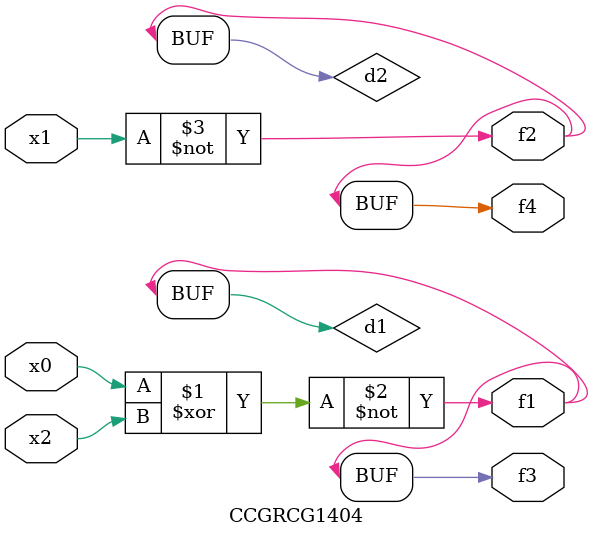
<source format=v>
module CCGRCG1404(
	input x0, x1, x2,
	output f1, f2, f3, f4
);

	wire d1, d2, d3;

	xnor (d1, x0, x2);
	nand (d2, x1);
	nor (d3, x1, x2);
	assign f1 = d1;
	assign f2 = d2;
	assign f3 = d1;
	assign f4 = d2;
endmodule

</source>
